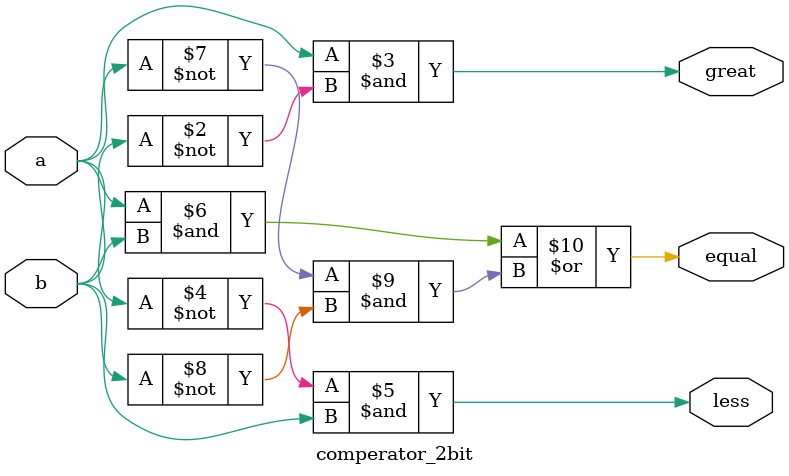
<source format=v>
module comperator_2bit(great, less, equal, a, b);
input a, b;
output reg great, less, equal;

always @(*) begin
    great = a & ~b;
    less = ~a & b;
    equal = (a & b) | (~a & ~b);
end
endmodule

</source>
